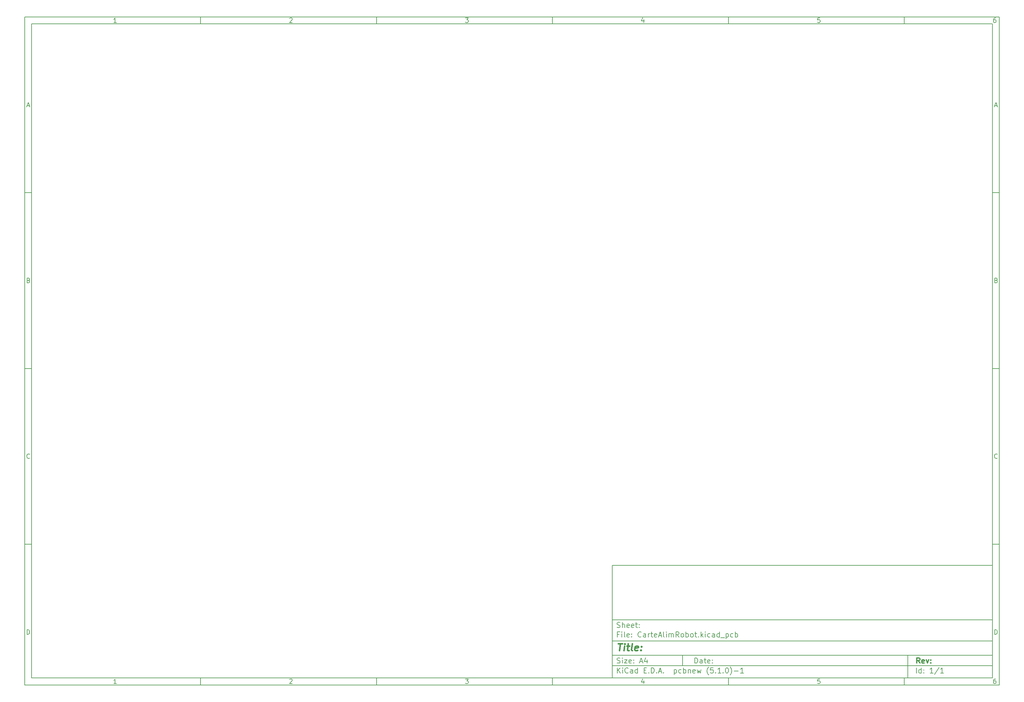
<source format=gbp>
G04 #@! TF.GenerationSoftware,KiCad,Pcbnew,(5.1.0)-1*
G04 #@! TF.CreationDate,2021-10-29T22:54:01+02:00*
G04 #@! TF.ProjectId,CarteAlimRobot,43617274-6541-46c6-996d-526f626f742e,rev?*
G04 #@! TF.SameCoordinates,Original*
G04 #@! TF.FileFunction,Paste,Bot*
G04 #@! TF.FilePolarity,Positive*
%FSLAX46Y46*%
G04 Gerber Fmt 4.6, Leading zero omitted, Abs format (unit mm)*
G04 Created by KiCad (PCBNEW (5.1.0)-1) date 2021-10-29 22:54:01*
%MOMM*%
%LPD*%
G04 APERTURE LIST*
%ADD10C,0.100000*%
%ADD11C,0.150000*%
%ADD12C,0.300000*%
%ADD13C,0.400000*%
G04 APERTURE END LIST*
D10*
D11*
X177002200Y-166007200D02*
X177002200Y-198007200D01*
X285002200Y-198007200D01*
X285002200Y-166007200D01*
X177002200Y-166007200D01*
D10*
D11*
X10000000Y-10000000D02*
X10000000Y-200007200D01*
X287002200Y-200007200D01*
X287002200Y-10000000D01*
X10000000Y-10000000D01*
D10*
D11*
X12000000Y-12000000D02*
X12000000Y-198007200D01*
X285002200Y-198007200D01*
X285002200Y-12000000D01*
X12000000Y-12000000D01*
D10*
D11*
X60000000Y-12000000D02*
X60000000Y-10000000D01*
D10*
D11*
X110000000Y-12000000D02*
X110000000Y-10000000D01*
D10*
D11*
X160000000Y-12000000D02*
X160000000Y-10000000D01*
D10*
D11*
X210000000Y-12000000D02*
X210000000Y-10000000D01*
D10*
D11*
X260000000Y-12000000D02*
X260000000Y-10000000D01*
D10*
D11*
X36065476Y-11588095D02*
X35322619Y-11588095D01*
X35694047Y-11588095D02*
X35694047Y-10288095D01*
X35570238Y-10473809D01*
X35446428Y-10597619D01*
X35322619Y-10659523D01*
D10*
D11*
X85322619Y-10411904D02*
X85384523Y-10350000D01*
X85508333Y-10288095D01*
X85817857Y-10288095D01*
X85941666Y-10350000D01*
X86003571Y-10411904D01*
X86065476Y-10535714D01*
X86065476Y-10659523D01*
X86003571Y-10845238D01*
X85260714Y-11588095D01*
X86065476Y-11588095D01*
D10*
D11*
X135260714Y-10288095D02*
X136065476Y-10288095D01*
X135632142Y-10783333D01*
X135817857Y-10783333D01*
X135941666Y-10845238D01*
X136003571Y-10907142D01*
X136065476Y-11030952D01*
X136065476Y-11340476D01*
X136003571Y-11464285D01*
X135941666Y-11526190D01*
X135817857Y-11588095D01*
X135446428Y-11588095D01*
X135322619Y-11526190D01*
X135260714Y-11464285D01*
D10*
D11*
X185941666Y-10721428D02*
X185941666Y-11588095D01*
X185632142Y-10226190D02*
X185322619Y-11154761D01*
X186127380Y-11154761D01*
D10*
D11*
X236003571Y-10288095D02*
X235384523Y-10288095D01*
X235322619Y-10907142D01*
X235384523Y-10845238D01*
X235508333Y-10783333D01*
X235817857Y-10783333D01*
X235941666Y-10845238D01*
X236003571Y-10907142D01*
X236065476Y-11030952D01*
X236065476Y-11340476D01*
X236003571Y-11464285D01*
X235941666Y-11526190D01*
X235817857Y-11588095D01*
X235508333Y-11588095D01*
X235384523Y-11526190D01*
X235322619Y-11464285D01*
D10*
D11*
X285941666Y-10288095D02*
X285694047Y-10288095D01*
X285570238Y-10350000D01*
X285508333Y-10411904D01*
X285384523Y-10597619D01*
X285322619Y-10845238D01*
X285322619Y-11340476D01*
X285384523Y-11464285D01*
X285446428Y-11526190D01*
X285570238Y-11588095D01*
X285817857Y-11588095D01*
X285941666Y-11526190D01*
X286003571Y-11464285D01*
X286065476Y-11340476D01*
X286065476Y-11030952D01*
X286003571Y-10907142D01*
X285941666Y-10845238D01*
X285817857Y-10783333D01*
X285570238Y-10783333D01*
X285446428Y-10845238D01*
X285384523Y-10907142D01*
X285322619Y-11030952D01*
D10*
D11*
X60000000Y-198007200D02*
X60000000Y-200007200D01*
D10*
D11*
X110000000Y-198007200D02*
X110000000Y-200007200D01*
D10*
D11*
X160000000Y-198007200D02*
X160000000Y-200007200D01*
D10*
D11*
X210000000Y-198007200D02*
X210000000Y-200007200D01*
D10*
D11*
X260000000Y-198007200D02*
X260000000Y-200007200D01*
D10*
D11*
X36065476Y-199595295D02*
X35322619Y-199595295D01*
X35694047Y-199595295D02*
X35694047Y-198295295D01*
X35570238Y-198481009D01*
X35446428Y-198604819D01*
X35322619Y-198666723D01*
D10*
D11*
X85322619Y-198419104D02*
X85384523Y-198357200D01*
X85508333Y-198295295D01*
X85817857Y-198295295D01*
X85941666Y-198357200D01*
X86003571Y-198419104D01*
X86065476Y-198542914D01*
X86065476Y-198666723D01*
X86003571Y-198852438D01*
X85260714Y-199595295D01*
X86065476Y-199595295D01*
D10*
D11*
X135260714Y-198295295D02*
X136065476Y-198295295D01*
X135632142Y-198790533D01*
X135817857Y-198790533D01*
X135941666Y-198852438D01*
X136003571Y-198914342D01*
X136065476Y-199038152D01*
X136065476Y-199347676D01*
X136003571Y-199471485D01*
X135941666Y-199533390D01*
X135817857Y-199595295D01*
X135446428Y-199595295D01*
X135322619Y-199533390D01*
X135260714Y-199471485D01*
D10*
D11*
X185941666Y-198728628D02*
X185941666Y-199595295D01*
X185632142Y-198233390D02*
X185322619Y-199161961D01*
X186127380Y-199161961D01*
D10*
D11*
X236003571Y-198295295D02*
X235384523Y-198295295D01*
X235322619Y-198914342D01*
X235384523Y-198852438D01*
X235508333Y-198790533D01*
X235817857Y-198790533D01*
X235941666Y-198852438D01*
X236003571Y-198914342D01*
X236065476Y-199038152D01*
X236065476Y-199347676D01*
X236003571Y-199471485D01*
X235941666Y-199533390D01*
X235817857Y-199595295D01*
X235508333Y-199595295D01*
X235384523Y-199533390D01*
X235322619Y-199471485D01*
D10*
D11*
X285941666Y-198295295D02*
X285694047Y-198295295D01*
X285570238Y-198357200D01*
X285508333Y-198419104D01*
X285384523Y-198604819D01*
X285322619Y-198852438D01*
X285322619Y-199347676D01*
X285384523Y-199471485D01*
X285446428Y-199533390D01*
X285570238Y-199595295D01*
X285817857Y-199595295D01*
X285941666Y-199533390D01*
X286003571Y-199471485D01*
X286065476Y-199347676D01*
X286065476Y-199038152D01*
X286003571Y-198914342D01*
X285941666Y-198852438D01*
X285817857Y-198790533D01*
X285570238Y-198790533D01*
X285446428Y-198852438D01*
X285384523Y-198914342D01*
X285322619Y-199038152D01*
D10*
D11*
X10000000Y-60000000D02*
X12000000Y-60000000D01*
D10*
D11*
X10000000Y-110000000D02*
X12000000Y-110000000D01*
D10*
D11*
X10000000Y-160000000D02*
X12000000Y-160000000D01*
D10*
D11*
X10690476Y-35216666D02*
X11309523Y-35216666D01*
X10566666Y-35588095D02*
X11000000Y-34288095D01*
X11433333Y-35588095D01*
D10*
D11*
X11092857Y-84907142D02*
X11278571Y-84969047D01*
X11340476Y-85030952D01*
X11402380Y-85154761D01*
X11402380Y-85340476D01*
X11340476Y-85464285D01*
X11278571Y-85526190D01*
X11154761Y-85588095D01*
X10659523Y-85588095D01*
X10659523Y-84288095D01*
X11092857Y-84288095D01*
X11216666Y-84350000D01*
X11278571Y-84411904D01*
X11340476Y-84535714D01*
X11340476Y-84659523D01*
X11278571Y-84783333D01*
X11216666Y-84845238D01*
X11092857Y-84907142D01*
X10659523Y-84907142D01*
D10*
D11*
X11402380Y-135464285D02*
X11340476Y-135526190D01*
X11154761Y-135588095D01*
X11030952Y-135588095D01*
X10845238Y-135526190D01*
X10721428Y-135402380D01*
X10659523Y-135278571D01*
X10597619Y-135030952D01*
X10597619Y-134845238D01*
X10659523Y-134597619D01*
X10721428Y-134473809D01*
X10845238Y-134350000D01*
X11030952Y-134288095D01*
X11154761Y-134288095D01*
X11340476Y-134350000D01*
X11402380Y-134411904D01*
D10*
D11*
X10659523Y-185588095D02*
X10659523Y-184288095D01*
X10969047Y-184288095D01*
X11154761Y-184350000D01*
X11278571Y-184473809D01*
X11340476Y-184597619D01*
X11402380Y-184845238D01*
X11402380Y-185030952D01*
X11340476Y-185278571D01*
X11278571Y-185402380D01*
X11154761Y-185526190D01*
X10969047Y-185588095D01*
X10659523Y-185588095D01*
D10*
D11*
X287002200Y-60000000D02*
X285002200Y-60000000D01*
D10*
D11*
X287002200Y-110000000D02*
X285002200Y-110000000D01*
D10*
D11*
X287002200Y-160000000D02*
X285002200Y-160000000D01*
D10*
D11*
X285692676Y-35216666D02*
X286311723Y-35216666D01*
X285568866Y-35588095D02*
X286002200Y-34288095D01*
X286435533Y-35588095D01*
D10*
D11*
X286095057Y-84907142D02*
X286280771Y-84969047D01*
X286342676Y-85030952D01*
X286404580Y-85154761D01*
X286404580Y-85340476D01*
X286342676Y-85464285D01*
X286280771Y-85526190D01*
X286156961Y-85588095D01*
X285661723Y-85588095D01*
X285661723Y-84288095D01*
X286095057Y-84288095D01*
X286218866Y-84350000D01*
X286280771Y-84411904D01*
X286342676Y-84535714D01*
X286342676Y-84659523D01*
X286280771Y-84783333D01*
X286218866Y-84845238D01*
X286095057Y-84907142D01*
X285661723Y-84907142D01*
D10*
D11*
X286404580Y-135464285D02*
X286342676Y-135526190D01*
X286156961Y-135588095D01*
X286033152Y-135588095D01*
X285847438Y-135526190D01*
X285723628Y-135402380D01*
X285661723Y-135278571D01*
X285599819Y-135030952D01*
X285599819Y-134845238D01*
X285661723Y-134597619D01*
X285723628Y-134473809D01*
X285847438Y-134350000D01*
X286033152Y-134288095D01*
X286156961Y-134288095D01*
X286342676Y-134350000D01*
X286404580Y-134411904D01*
D10*
D11*
X285661723Y-185588095D02*
X285661723Y-184288095D01*
X285971247Y-184288095D01*
X286156961Y-184350000D01*
X286280771Y-184473809D01*
X286342676Y-184597619D01*
X286404580Y-184845238D01*
X286404580Y-185030952D01*
X286342676Y-185278571D01*
X286280771Y-185402380D01*
X286156961Y-185526190D01*
X285971247Y-185588095D01*
X285661723Y-185588095D01*
D10*
D11*
X200434342Y-193785771D02*
X200434342Y-192285771D01*
X200791485Y-192285771D01*
X201005771Y-192357200D01*
X201148628Y-192500057D01*
X201220057Y-192642914D01*
X201291485Y-192928628D01*
X201291485Y-193142914D01*
X201220057Y-193428628D01*
X201148628Y-193571485D01*
X201005771Y-193714342D01*
X200791485Y-193785771D01*
X200434342Y-193785771D01*
X202577200Y-193785771D02*
X202577200Y-193000057D01*
X202505771Y-192857200D01*
X202362914Y-192785771D01*
X202077200Y-192785771D01*
X201934342Y-192857200D01*
X202577200Y-193714342D02*
X202434342Y-193785771D01*
X202077200Y-193785771D01*
X201934342Y-193714342D01*
X201862914Y-193571485D01*
X201862914Y-193428628D01*
X201934342Y-193285771D01*
X202077200Y-193214342D01*
X202434342Y-193214342D01*
X202577200Y-193142914D01*
X203077200Y-192785771D02*
X203648628Y-192785771D01*
X203291485Y-192285771D02*
X203291485Y-193571485D01*
X203362914Y-193714342D01*
X203505771Y-193785771D01*
X203648628Y-193785771D01*
X204720057Y-193714342D02*
X204577200Y-193785771D01*
X204291485Y-193785771D01*
X204148628Y-193714342D01*
X204077200Y-193571485D01*
X204077200Y-193000057D01*
X204148628Y-192857200D01*
X204291485Y-192785771D01*
X204577200Y-192785771D01*
X204720057Y-192857200D01*
X204791485Y-193000057D01*
X204791485Y-193142914D01*
X204077200Y-193285771D01*
X205434342Y-193642914D02*
X205505771Y-193714342D01*
X205434342Y-193785771D01*
X205362914Y-193714342D01*
X205434342Y-193642914D01*
X205434342Y-193785771D01*
X205434342Y-192857200D02*
X205505771Y-192928628D01*
X205434342Y-193000057D01*
X205362914Y-192928628D01*
X205434342Y-192857200D01*
X205434342Y-193000057D01*
D10*
D11*
X177002200Y-194507200D02*
X285002200Y-194507200D01*
D10*
D11*
X178434342Y-196585771D02*
X178434342Y-195085771D01*
X179291485Y-196585771D02*
X178648628Y-195728628D01*
X179291485Y-195085771D02*
X178434342Y-195942914D01*
X179934342Y-196585771D02*
X179934342Y-195585771D01*
X179934342Y-195085771D02*
X179862914Y-195157200D01*
X179934342Y-195228628D01*
X180005771Y-195157200D01*
X179934342Y-195085771D01*
X179934342Y-195228628D01*
X181505771Y-196442914D02*
X181434342Y-196514342D01*
X181220057Y-196585771D01*
X181077200Y-196585771D01*
X180862914Y-196514342D01*
X180720057Y-196371485D01*
X180648628Y-196228628D01*
X180577200Y-195942914D01*
X180577200Y-195728628D01*
X180648628Y-195442914D01*
X180720057Y-195300057D01*
X180862914Y-195157200D01*
X181077200Y-195085771D01*
X181220057Y-195085771D01*
X181434342Y-195157200D01*
X181505771Y-195228628D01*
X182791485Y-196585771D02*
X182791485Y-195800057D01*
X182720057Y-195657200D01*
X182577200Y-195585771D01*
X182291485Y-195585771D01*
X182148628Y-195657200D01*
X182791485Y-196514342D02*
X182648628Y-196585771D01*
X182291485Y-196585771D01*
X182148628Y-196514342D01*
X182077200Y-196371485D01*
X182077200Y-196228628D01*
X182148628Y-196085771D01*
X182291485Y-196014342D01*
X182648628Y-196014342D01*
X182791485Y-195942914D01*
X184148628Y-196585771D02*
X184148628Y-195085771D01*
X184148628Y-196514342D02*
X184005771Y-196585771D01*
X183720057Y-196585771D01*
X183577200Y-196514342D01*
X183505771Y-196442914D01*
X183434342Y-196300057D01*
X183434342Y-195871485D01*
X183505771Y-195728628D01*
X183577200Y-195657200D01*
X183720057Y-195585771D01*
X184005771Y-195585771D01*
X184148628Y-195657200D01*
X186005771Y-195800057D02*
X186505771Y-195800057D01*
X186720057Y-196585771D02*
X186005771Y-196585771D01*
X186005771Y-195085771D01*
X186720057Y-195085771D01*
X187362914Y-196442914D02*
X187434342Y-196514342D01*
X187362914Y-196585771D01*
X187291485Y-196514342D01*
X187362914Y-196442914D01*
X187362914Y-196585771D01*
X188077200Y-196585771D02*
X188077200Y-195085771D01*
X188434342Y-195085771D01*
X188648628Y-195157200D01*
X188791485Y-195300057D01*
X188862914Y-195442914D01*
X188934342Y-195728628D01*
X188934342Y-195942914D01*
X188862914Y-196228628D01*
X188791485Y-196371485D01*
X188648628Y-196514342D01*
X188434342Y-196585771D01*
X188077200Y-196585771D01*
X189577200Y-196442914D02*
X189648628Y-196514342D01*
X189577200Y-196585771D01*
X189505771Y-196514342D01*
X189577200Y-196442914D01*
X189577200Y-196585771D01*
X190220057Y-196157200D02*
X190934342Y-196157200D01*
X190077200Y-196585771D02*
X190577200Y-195085771D01*
X191077200Y-196585771D01*
X191577200Y-196442914D02*
X191648628Y-196514342D01*
X191577200Y-196585771D01*
X191505771Y-196514342D01*
X191577200Y-196442914D01*
X191577200Y-196585771D01*
X194577200Y-195585771D02*
X194577200Y-197085771D01*
X194577200Y-195657200D02*
X194720057Y-195585771D01*
X195005771Y-195585771D01*
X195148628Y-195657200D01*
X195220057Y-195728628D01*
X195291485Y-195871485D01*
X195291485Y-196300057D01*
X195220057Y-196442914D01*
X195148628Y-196514342D01*
X195005771Y-196585771D01*
X194720057Y-196585771D01*
X194577200Y-196514342D01*
X196577200Y-196514342D02*
X196434342Y-196585771D01*
X196148628Y-196585771D01*
X196005771Y-196514342D01*
X195934342Y-196442914D01*
X195862914Y-196300057D01*
X195862914Y-195871485D01*
X195934342Y-195728628D01*
X196005771Y-195657200D01*
X196148628Y-195585771D01*
X196434342Y-195585771D01*
X196577200Y-195657200D01*
X197220057Y-196585771D02*
X197220057Y-195085771D01*
X197220057Y-195657200D02*
X197362914Y-195585771D01*
X197648628Y-195585771D01*
X197791485Y-195657200D01*
X197862914Y-195728628D01*
X197934342Y-195871485D01*
X197934342Y-196300057D01*
X197862914Y-196442914D01*
X197791485Y-196514342D01*
X197648628Y-196585771D01*
X197362914Y-196585771D01*
X197220057Y-196514342D01*
X198577200Y-195585771D02*
X198577200Y-196585771D01*
X198577200Y-195728628D02*
X198648628Y-195657200D01*
X198791485Y-195585771D01*
X199005771Y-195585771D01*
X199148628Y-195657200D01*
X199220057Y-195800057D01*
X199220057Y-196585771D01*
X200505771Y-196514342D02*
X200362914Y-196585771D01*
X200077200Y-196585771D01*
X199934342Y-196514342D01*
X199862914Y-196371485D01*
X199862914Y-195800057D01*
X199934342Y-195657200D01*
X200077200Y-195585771D01*
X200362914Y-195585771D01*
X200505771Y-195657200D01*
X200577200Y-195800057D01*
X200577200Y-195942914D01*
X199862914Y-196085771D01*
X201077200Y-195585771D02*
X201362914Y-196585771D01*
X201648628Y-195871485D01*
X201934342Y-196585771D01*
X202220057Y-195585771D01*
X204362914Y-197157200D02*
X204291485Y-197085771D01*
X204148628Y-196871485D01*
X204077200Y-196728628D01*
X204005771Y-196514342D01*
X203934342Y-196157200D01*
X203934342Y-195871485D01*
X204005771Y-195514342D01*
X204077200Y-195300057D01*
X204148628Y-195157200D01*
X204291485Y-194942914D01*
X204362914Y-194871485D01*
X205648628Y-195085771D02*
X204934342Y-195085771D01*
X204862914Y-195800057D01*
X204934342Y-195728628D01*
X205077200Y-195657200D01*
X205434342Y-195657200D01*
X205577200Y-195728628D01*
X205648628Y-195800057D01*
X205720057Y-195942914D01*
X205720057Y-196300057D01*
X205648628Y-196442914D01*
X205577200Y-196514342D01*
X205434342Y-196585771D01*
X205077200Y-196585771D01*
X204934342Y-196514342D01*
X204862914Y-196442914D01*
X206362914Y-196442914D02*
X206434342Y-196514342D01*
X206362914Y-196585771D01*
X206291485Y-196514342D01*
X206362914Y-196442914D01*
X206362914Y-196585771D01*
X207862914Y-196585771D02*
X207005771Y-196585771D01*
X207434342Y-196585771D02*
X207434342Y-195085771D01*
X207291485Y-195300057D01*
X207148628Y-195442914D01*
X207005771Y-195514342D01*
X208505771Y-196442914D02*
X208577200Y-196514342D01*
X208505771Y-196585771D01*
X208434342Y-196514342D01*
X208505771Y-196442914D01*
X208505771Y-196585771D01*
X209505771Y-195085771D02*
X209648628Y-195085771D01*
X209791485Y-195157200D01*
X209862914Y-195228628D01*
X209934342Y-195371485D01*
X210005771Y-195657200D01*
X210005771Y-196014342D01*
X209934342Y-196300057D01*
X209862914Y-196442914D01*
X209791485Y-196514342D01*
X209648628Y-196585771D01*
X209505771Y-196585771D01*
X209362914Y-196514342D01*
X209291485Y-196442914D01*
X209220057Y-196300057D01*
X209148628Y-196014342D01*
X209148628Y-195657200D01*
X209220057Y-195371485D01*
X209291485Y-195228628D01*
X209362914Y-195157200D01*
X209505771Y-195085771D01*
X210505771Y-197157200D02*
X210577200Y-197085771D01*
X210720057Y-196871485D01*
X210791485Y-196728628D01*
X210862914Y-196514342D01*
X210934342Y-196157200D01*
X210934342Y-195871485D01*
X210862914Y-195514342D01*
X210791485Y-195300057D01*
X210720057Y-195157200D01*
X210577200Y-194942914D01*
X210505771Y-194871485D01*
X211648628Y-196014342D02*
X212791485Y-196014342D01*
X214291485Y-196585771D02*
X213434342Y-196585771D01*
X213862914Y-196585771D02*
X213862914Y-195085771D01*
X213720057Y-195300057D01*
X213577200Y-195442914D01*
X213434342Y-195514342D01*
D10*
D11*
X177002200Y-191507200D02*
X285002200Y-191507200D01*
D10*
D12*
X264411485Y-193785771D02*
X263911485Y-193071485D01*
X263554342Y-193785771D02*
X263554342Y-192285771D01*
X264125771Y-192285771D01*
X264268628Y-192357200D01*
X264340057Y-192428628D01*
X264411485Y-192571485D01*
X264411485Y-192785771D01*
X264340057Y-192928628D01*
X264268628Y-193000057D01*
X264125771Y-193071485D01*
X263554342Y-193071485D01*
X265625771Y-193714342D02*
X265482914Y-193785771D01*
X265197200Y-193785771D01*
X265054342Y-193714342D01*
X264982914Y-193571485D01*
X264982914Y-193000057D01*
X265054342Y-192857200D01*
X265197200Y-192785771D01*
X265482914Y-192785771D01*
X265625771Y-192857200D01*
X265697200Y-193000057D01*
X265697200Y-193142914D01*
X264982914Y-193285771D01*
X266197200Y-192785771D02*
X266554342Y-193785771D01*
X266911485Y-192785771D01*
X267482914Y-193642914D02*
X267554342Y-193714342D01*
X267482914Y-193785771D01*
X267411485Y-193714342D01*
X267482914Y-193642914D01*
X267482914Y-193785771D01*
X267482914Y-192857200D02*
X267554342Y-192928628D01*
X267482914Y-193000057D01*
X267411485Y-192928628D01*
X267482914Y-192857200D01*
X267482914Y-193000057D01*
D10*
D11*
X178362914Y-193714342D02*
X178577200Y-193785771D01*
X178934342Y-193785771D01*
X179077200Y-193714342D01*
X179148628Y-193642914D01*
X179220057Y-193500057D01*
X179220057Y-193357200D01*
X179148628Y-193214342D01*
X179077200Y-193142914D01*
X178934342Y-193071485D01*
X178648628Y-193000057D01*
X178505771Y-192928628D01*
X178434342Y-192857200D01*
X178362914Y-192714342D01*
X178362914Y-192571485D01*
X178434342Y-192428628D01*
X178505771Y-192357200D01*
X178648628Y-192285771D01*
X179005771Y-192285771D01*
X179220057Y-192357200D01*
X179862914Y-193785771D02*
X179862914Y-192785771D01*
X179862914Y-192285771D02*
X179791485Y-192357200D01*
X179862914Y-192428628D01*
X179934342Y-192357200D01*
X179862914Y-192285771D01*
X179862914Y-192428628D01*
X180434342Y-192785771D02*
X181220057Y-192785771D01*
X180434342Y-193785771D01*
X181220057Y-193785771D01*
X182362914Y-193714342D02*
X182220057Y-193785771D01*
X181934342Y-193785771D01*
X181791485Y-193714342D01*
X181720057Y-193571485D01*
X181720057Y-193000057D01*
X181791485Y-192857200D01*
X181934342Y-192785771D01*
X182220057Y-192785771D01*
X182362914Y-192857200D01*
X182434342Y-193000057D01*
X182434342Y-193142914D01*
X181720057Y-193285771D01*
X183077200Y-193642914D02*
X183148628Y-193714342D01*
X183077200Y-193785771D01*
X183005771Y-193714342D01*
X183077200Y-193642914D01*
X183077200Y-193785771D01*
X183077200Y-192857200D02*
X183148628Y-192928628D01*
X183077200Y-193000057D01*
X183005771Y-192928628D01*
X183077200Y-192857200D01*
X183077200Y-193000057D01*
X184862914Y-193357200D02*
X185577200Y-193357200D01*
X184720057Y-193785771D02*
X185220057Y-192285771D01*
X185720057Y-193785771D01*
X186862914Y-192785771D02*
X186862914Y-193785771D01*
X186505771Y-192214342D02*
X186148628Y-193285771D01*
X187077200Y-193285771D01*
D10*
D11*
X263434342Y-196585771D02*
X263434342Y-195085771D01*
X264791485Y-196585771D02*
X264791485Y-195085771D01*
X264791485Y-196514342D02*
X264648628Y-196585771D01*
X264362914Y-196585771D01*
X264220057Y-196514342D01*
X264148628Y-196442914D01*
X264077200Y-196300057D01*
X264077200Y-195871485D01*
X264148628Y-195728628D01*
X264220057Y-195657200D01*
X264362914Y-195585771D01*
X264648628Y-195585771D01*
X264791485Y-195657200D01*
X265505771Y-196442914D02*
X265577200Y-196514342D01*
X265505771Y-196585771D01*
X265434342Y-196514342D01*
X265505771Y-196442914D01*
X265505771Y-196585771D01*
X265505771Y-195657200D02*
X265577200Y-195728628D01*
X265505771Y-195800057D01*
X265434342Y-195728628D01*
X265505771Y-195657200D01*
X265505771Y-195800057D01*
X268148628Y-196585771D02*
X267291485Y-196585771D01*
X267720057Y-196585771D02*
X267720057Y-195085771D01*
X267577200Y-195300057D01*
X267434342Y-195442914D01*
X267291485Y-195514342D01*
X269862914Y-195014342D02*
X268577200Y-196942914D01*
X271148628Y-196585771D02*
X270291485Y-196585771D01*
X270720057Y-196585771D02*
X270720057Y-195085771D01*
X270577200Y-195300057D01*
X270434342Y-195442914D01*
X270291485Y-195514342D01*
D10*
D11*
X177002200Y-187507200D02*
X285002200Y-187507200D01*
D10*
D13*
X178714580Y-188211961D02*
X179857438Y-188211961D01*
X179036009Y-190211961D02*
X179286009Y-188211961D01*
X180274104Y-190211961D02*
X180440771Y-188878628D01*
X180524104Y-188211961D02*
X180416961Y-188307200D01*
X180500295Y-188402438D01*
X180607438Y-188307200D01*
X180524104Y-188211961D01*
X180500295Y-188402438D01*
X181107438Y-188878628D02*
X181869342Y-188878628D01*
X181476485Y-188211961D02*
X181262200Y-189926247D01*
X181333628Y-190116723D01*
X181512200Y-190211961D01*
X181702676Y-190211961D01*
X182655057Y-190211961D02*
X182476485Y-190116723D01*
X182405057Y-189926247D01*
X182619342Y-188211961D01*
X184190771Y-190116723D02*
X183988390Y-190211961D01*
X183607438Y-190211961D01*
X183428866Y-190116723D01*
X183357438Y-189926247D01*
X183452676Y-189164342D01*
X183571723Y-188973866D01*
X183774104Y-188878628D01*
X184155057Y-188878628D01*
X184333628Y-188973866D01*
X184405057Y-189164342D01*
X184381247Y-189354819D01*
X183405057Y-189545295D01*
X185155057Y-190021485D02*
X185238390Y-190116723D01*
X185131247Y-190211961D01*
X185047914Y-190116723D01*
X185155057Y-190021485D01*
X185131247Y-190211961D01*
X185286009Y-188973866D02*
X185369342Y-189069104D01*
X185262200Y-189164342D01*
X185178866Y-189069104D01*
X185286009Y-188973866D01*
X185262200Y-189164342D01*
D10*
D11*
X178934342Y-185600057D02*
X178434342Y-185600057D01*
X178434342Y-186385771D02*
X178434342Y-184885771D01*
X179148628Y-184885771D01*
X179720057Y-186385771D02*
X179720057Y-185385771D01*
X179720057Y-184885771D02*
X179648628Y-184957200D01*
X179720057Y-185028628D01*
X179791485Y-184957200D01*
X179720057Y-184885771D01*
X179720057Y-185028628D01*
X180648628Y-186385771D02*
X180505771Y-186314342D01*
X180434342Y-186171485D01*
X180434342Y-184885771D01*
X181791485Y-186314342D02*
X181648628Y-186385771D01*
X181362914Y-186385771D01*
X181220057Y-186314342D01*
X181148628Y-186171485D01*
X181148628Y-185600057D01*
X181220057Y-185457200D01*
X181362914Y-185385771D01*
X181648628Y-185385771D01*
X181791485Y-185457200D01*
X181862914Y-185600057D01*
X181862914Y-185742914D01*
X181148628Y-185885771D01*
X182505771Y-186242914D02*
X182577200Y-186314342D01*
X182505771Y-186385771D01*
X182434342Y-186314342D01*
X182505771Y-186242914D01*
X182505771Y-186385771D01*
X182505771Y-185457200D02*
X182577200Y-185528628D01*
X182505771Y-185600057D01*
X182434342Y-185528628D01*
X182505771Y-185457200D01*
X182505771Y-185600057D01*
X185220057Y-186242914D02*
X185148628Y-186314342D01*
X184934342Y-186385771D01*
X184791485Y-186385771D01*
X184577200Y-186314342D01*
X184434342Y-186171485D01*
X184362914Y-186028628D01*
X184291485Y-185742914D01*
X184291485Y-185528628D01*
X184362914Y-185242914D01*
X184434342Y-185100057D01*
X184577200Y-184957200D01*
X184791485Y-184885771D01*
X184934342Y-184885771D01*
X185148628Y-184957200D01*
X185220057Y-185028628D01*
X186505771Y-186385771D02*
X186505771Y-185600057D01*
X186434342Y-185457200D01*
X186291485Y-185385771D01*
X186005771Y-185385771D01*
X185862914Y-185457200D01*
X186505771Y-186314342D02*
X186362914Y-186385771D01*
X186005771Y-186385771D01*
X185862914Y-186314342D01*
X185791485Y-186171485D01*
X185791485Y-186028628D01*
X185862914Y-185885771D01*
X186005771Y-185814342D01*
X186362914Y-185814342D01*
X186505771Y-185742914D01*
X187220057Y-186385771D02*
X187220057Y-185385771D01*
X187220057Y-185671485D02*
X187291485Y-185528628D01*
X187362914Y-185457200D01*
X187505771Y-185385771D01*
X187648628Y-185385771D01*
X187934342Y-185385771D02*
X188505771Y-185385771D01*
X188148628Y-184885771D02*
X188148628Y-186171485D01*
X188220057Y-186314342D01*
X188362914Y-186385771D01*
X188505771Y-186385771D01*
X189577200Y-186314342D02*
X189434342Y-186385771D01*
X189148628Y-186385771D01*
X189005771Y-186314342D01*
X188934342Y-186171485D01*
X188934342Y-185600057D01*
X189005771Y-185457200D01*
X189148628Y-185385771D01*
X189434342Y-185385771D01*
X189577200Y-185457200D01*
X189648628Y-185600057D01*
X189648628Y-185742914D01*
X188934342Y-185885771D01*
X190220057Y-185957200D02*
X190934342Y-185957200D01*
X190077200Y-186385771D02*
X190577200Y-184885771D01*
X191077200Y-186385771D01*
X191791485Y-186385771D02*
X191648628Y-186314342D01*
X191577200Y-186171485D01*
X191577200Y-184885771D01*
X192362914Y-186385771D02*
X192362914Y-185385771D01*
X192362914Y-184885771D02*
X192291485Y-184957200D01*
X192362914Y-185028628D01*
X192434342Y-184957200D01*
X192362914Y-184885771D01*
X192362914Y-185028628D01*
X193077200Y-186385771D02*
X193077200Y-185385771D01*
X193077200Y-185528628D02*
X193148628Y-185457200D01*
X193291485Y-185385771D01*
X193505771Y-185385771D01*
X193648628Y-185457200D01*
X193720057Y-185600057D01*
X193720057Y-186385771D01*
X193720057Y-185600057D02*
X193791485Y-185457200D01*
X193934342Y-185385771D01*
X194148628Y-185385771D01*
X194291485Y-185457200D01*
X194362914Y-185600057D01*
X194362914Y-186385771D01*
X195934342Y-186385771D02*
X195434342Y-185671485D01*
X195077200Y-186385771D02*
X195077200Y-184885771D01*
X195648628Y-184885771D01*
X195791485Y-184957200D01*
X195862914Y-185028628D01*
X195934342Y-185171485D01*
X195934342Y-185385771D01*
X195862914Y-185528628D01*
X195791485Y-185600057D01*
X195648628Y-185671485D01*
X195077200Y-185671485D01*
X196791485Y-186385771D02*
X196648628Y-186314342D01*
X196577200Y-186242914D01*
X196505771Y-186100057D01*
X196505771Y-185671485D01*
X196577200Y-185528628D01*
X196648628Y-185457200D01*
X196791485Y-185385771D01*
X197005771Y-185385771D01*
X197148628Y-185457200D01*
X197220057Y-185528628D01*
X197291485Y-185671485D01*
X197291485Y-186100057D01*
X197220057Y-186242914D01*
X197148628Y-186314342D01*
X197005771Y-186385771D01*
X196791485Y-186385771D01*
X197934342Y-186385771D02*
X197934342Y-184885771D01*
X197934342Y-185457200D02*
X198077200Y-185385771D01*
X198362914Y-185385771D01*
X198505771Y-185457200D01*
X198577200Y-185528628D01*
X198648628Y-185671485D01*
X198648628Y-186100057D01*
X198577200Y-186242914D01*
X198505771Y-186314342D01*
X198362914Y-186385771D01*
X198077200Y-186385771D01*
X197934342Y-186314342D01*
X199505771Y-186385771D02*
X199362914Y-186314342D01*
X199291485Y-186242914D01*
X199220057Y-186100057D01*
X199220057Y-185671485D01*
X199291485Y-185528628D01*
X199362914Y-185457200D01*
X199505771Y-185385771D01*
X199720057Y-185385771D01*
X199862914Y-185457200D01*
X199934342Y-185528628D01*
X200005771Y-185671485D01*
X200005771Y-186100057D01*
X199934342Y-186242914D01*
X199862914Y-186314342D01*
X199720057Y-186385771D01*
X199505771Y-186385771D01*
X200434342Y-185385771D02*
X201005771Y-185385771D01*
X200648628Y-184885771D02*
X200648628Y-186171485D01*
X200720057Y-186314342D01*
X200862914Y-186385771D01*
X201005771Y-186385771D01*
X201505771Y-186242914D02*
X201577200Y-186314342D01*
X201505771Y-186385771D01*
X201434342Y-186314342D01*
X201505771Y-186242914D01*
X201505771Y-186385771D01*
X202220057Y-186385771D02*
X202220057Y-184885771D01*
X202362914Y-185814342D02*
X202791485Y-186385771D01*
X202791485Y-185385771D02*
X202220057Y-185957200D01*
X203434342Y-186385771D02*
X203434342Y-185385771D01*
X203434342Y-184885771D02*
X203362914Y-184957200D01*
X203434342Y-185028628D01*
X203505771Y-184957200D01*
X203434342Y-184885771D01*
X203434342Y-185028628D01*
X204791485Y-186314342D02*
X204648628Y-186385771D01*
X204362914Y-186385771D01*
X204220057Y-186314342D01*
X204148628Y-186242914D01*
X204077200Y-186100057D01*
X204077200Y-185671485D01*
X204148628Y-185528628D01*
X204220057Y-185457200D01*
X204362914Y-185385771D01*
X204648628Y-185385771D01*
X204791485Y-185457200D01*
X206077200Y-186385771D02*
X206077200Y-185600057D01*
X206005771Y-185457200D01*
X205862914Y-185385771D01*
X205577200Y-185385771D01*
X205434342Y-185457200D01*
X206077200Y-186314342D02*
X205934342Y-186385771D01*
X205577200Y-186385771D01*
X205434342Y-186314342D01*
X205362914Y-186171485D01*
X205362914Y-186028628D01*
X205434342Y-185885771D01*
X205577200Y-185814342D01*
X205934342Y-185814342D01*
X206077200Y-185742914D01*
X207434342Y-186385771D02*
X207434342Y-184885771D01*
X207434342Y-186314342D02*
X207291485Y-186385771D01*
X207005771Y-186385771D01*
X206862914Y-186314342D01*
X206791485Y-186242914D01*
X206720057Y-186100057D01*
X206720057Y-185671485D01*
X206791485Y-185528628D01*
X206862914Y-185457200D01*
X207005771Y-185385771D01*
X207291485Y-185385771D01*
X207434342Y-185457200D01*
X207791485Y-186528628D02*
X208934342Y-186528628D01*
X209291485Y-185385771D02*
X209291485Y-186885771D01*
X209291485Y-185457200D02*
X209434342Y-185385771D01*
X209720057Y-185385771D01*
X209862914Y-185457200D01*
X209934342Y-185528628D01*
X210005771Y-185671485D01*
X210005771Y-186100057D01*
X209934342Y-186242914D01*
X209862914Y-186314342D01*
X209720057Y-186385771D01*
X209434342Y-186385771D01*
X209291485Y-186314342D01*
X211291485Y-186314342D02*
X211148628Y-186385771D01*
X210862914Y-186385771D01*
X210720057Y-186314342D01*
X210648628Y-186242914D01*
X210577200Y-186100057D01*
X210577200Y-185671485D01*
X210648628Y-185528628D01*
X210720057Y-185457200D01*
X210862914Y-185385771D01*
X211148628Y-185385771D01*
X211291485Y-185457200D01*
X211934342Y-186385771D02*
X211934342Y-184885771D01*
X211934342Y-185457200D02*
X212077200Y-185385771D01*
X212362914Y-185385771D01*
X212505771Y-185457200D01*
X212577200Y-185528628D01*
X212648628Y-185671485D01*
X212648628Y-186100057D01*
X212577200Y-186242914D01*
X212505771Y-186314342D01*
X212362914Y-186385771D01*
X212077200Y-186385771D01*
X211934342Y-186314342D01*
D10*
D11*
X177002200Y-181507200D02*
X285002200Y-181507200D01*
D10*
D11*
X178362914Y-183614342D02*
X178577200Y-183685771D01*
X178934342Y-183685771D01*
X179077200Y-183614342D01*
X179148628Y-183542914D01*
X179220057Y-183400057D01*
X179220057Y-183257200D01*
X179148628Y-183114342D01*
X179077200Y-183042914D01*
X178934342Y-182971485D01*
X178648628Y-182900057D01*
X178505771Y-182828628D01*
X178434342Y-182757200D01*
X178362914Y-182614342D01*
X178362914Y-182471485D01*
X178434342Y-182328628D01*
X178505771Y-182257200D01*
X178648628Y-182185771D01*
X179005771Y-182185771D01*
X179220057Y-182257200D01*
X179862914Y-183685771D02*
X179862914Y-182185771D01*
X180505771Y-183685771D02*
X180505771Y-182900057D01*
X180434342Y-182757200D01*
X180291485Y-182685771D01*
X180077200Y-182685771D01*
X179934342Y-182757200D01*
X179862914Y-182828628D01*
X181791485Y-183614342D02*
X181648628Y-183685771D01*
X181362914Y-183685771D01*
X181220057Y-183614342D01*
X181148628Y-183471485D01*
X181148628Y-182900057D01*
X181220057Y-182757200D01*
X181362914Y-182685771D01*
X181648628Y-182685771D01*
X181791485Y-182757200D01*
X181862914Y-182900057D01*
X181862914Y-183042914D01*
X181148628Y-183185771D01*
X183077200Y-183614342D02*
X182934342Y-183685771D01*
X182648628Y-183685771D01*
X182505771Y-183614342D01*
X182434342Y-183471485D01*
X182434342Y-182900057D01*
X182505771Y-182757200D01*
X182648628Y-182685771D01*
X182934342Y-182685771D01*
X183077200Y-182757200D01*
X183148628Y-182900057D01*
X183148628Y-183042914D01*
X182434342Y-183185771D01*
X183577200Y-182685771D02*
X184148628Y-182685771D01*
X183791485Y-182185771D02*
X183791485Y-183471485D01*
X183862914Y-183614342D01*
X184005771Y-183685771D01*
X184148628Y-183685771D01*
X184648628Y-183542914D02*
X184720057Y-183614342D01*
X184648628Y-183685771D01*
X184577200Y-183614342D01*
X184648628Y-183542914D01*
X184648628Y-183685771D01*
X184648628Y-182757200D02*
X184720057Y-182828628D01*
X184648628Y-182900057D01*
X184577200Y-182828628D01*
X184648628Y-182757200D01*
X184648628Y-182900057D01*
D10*
D11*
X197002200Y-191507200D02*
X197002200Y-194507200D01*
D10*
D11*
X261002200Y-191507200D02*
X261002200Y-198007200D01*
M02*

</source>
